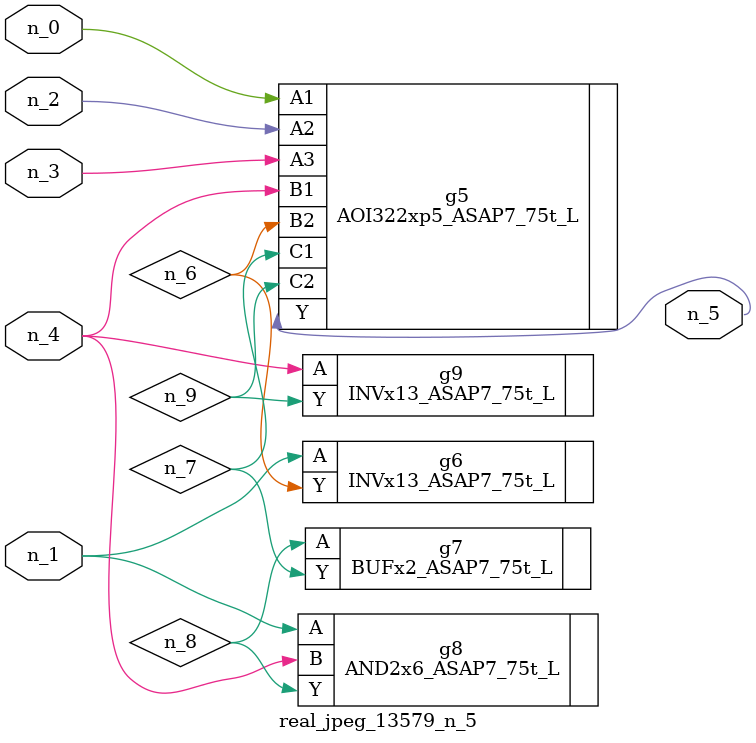
<source format=v>
module real_jpeg_13579_n_5 (n_4, n_0, n_1, n_2, n_3, n_5);

input n_4;
input n_0;
input n_1;
input n_2;
input n_3;

output n_5;

wire n_8;
wire n_6;
wire n_7;
wire n_9;

AOI322xp5_ASAP7_75t_L g5 ( 
.A1(n_0),
.A2(n_2),
.A3(n_3),
.B1(n_4),
.B2(n_6),
.C1(n_7),
.C2(n_9),
.Y(n_5)
);

INVx13_ASAP7_75t_L g6 ( 
.A(n_1),
.Y(n_6)
);

AND2x6_ASAP7_75t_L g8 ( 
.A(n_1),
.B(n_4),
.Y(n_8)
);

INVx13_ASAP7_75t_L g9 ( 
.A(n_4),
.Y(n_9)
);

BUFx2_ASAP7_75t_L g7 ( 
.A(n_8),
.Y(n_7)
);


endmodule
</source>
